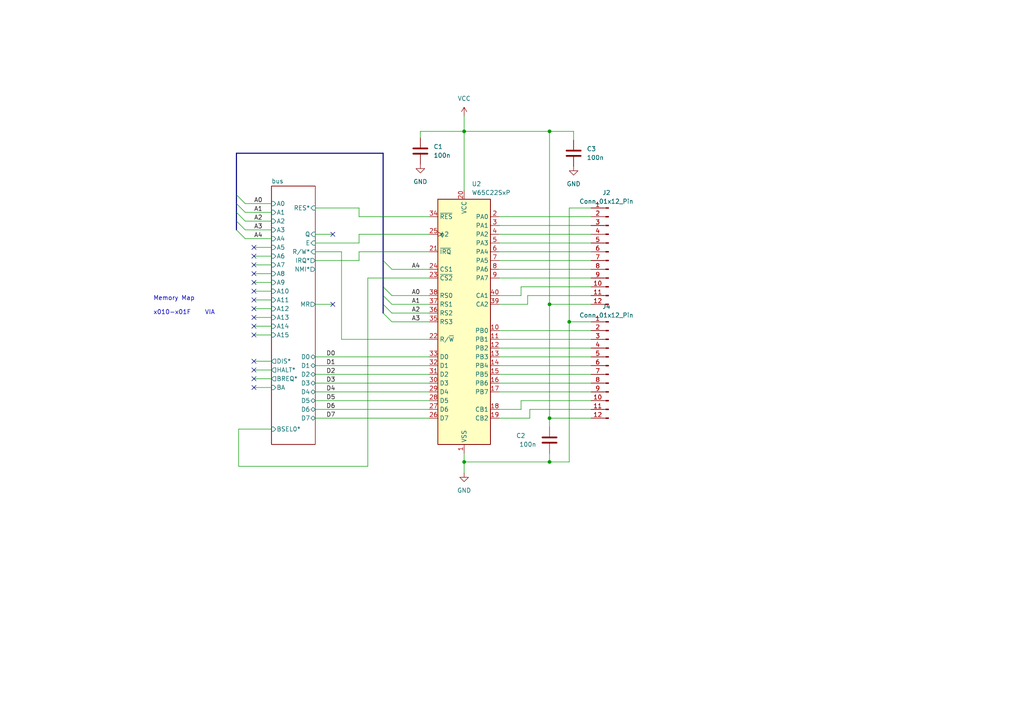
<source format=kicad_sch>
(kicad_sch (version 20230121) (generator eeschema)

  (uuid 3e8d381f-0d29-4cd1-adc6-483261ac8509)

  (paper "A4")

  (title_block
    (title "6502/VIA Board V1.0")
    (date "2023-11-24")
    (rev "1")
    (company "kw")
  )

  (lib_symbols
    (symbol "Connector:Conn_01x12_Pin" (pin_names (offset 1.016) hide) (in_bom yes) (on_board yes)
      (property "Reference" "J" (at 0 15.24 0)
        (effects (font (size 1.27 1.27)))
      )
      (property "Value" "Conn_01x12_Pin" (at 0 -17.78 0)
        (effects (font (size 1.27 1.27)))
      )
      (property "Footprint" "" (at 0 0 0)
        (effects (font (size 1.27 1.27)) hide)
      )
      (property "Datasheet" "~" (at 0 0 0)
        (effects (font (size 1.27 1.27)) hide)
      )
      (property "ki_locked" "" (at 0 0 0)
        (effects (font (size 1.27 1.27)))
      )
      (property "ki_keywords" "connector" (at 0 0 0)
        (effects (font (size 1.27 1.27)) hide)
      )
      (property "ki_description" "Generic connector, single row, 01x12, script generated" (at 0 0 0)
        (effects (font (size 1.27 1.27)) hide)
      )
      (property "ki_fp_filters" "Connector*:*_1x??_*" (at 0 0 0)
        (effects (font (size 1.27 1.27)) hide)
      )
      (symbol "Conn_01x12_Pin_1_1"
        (polyline
          (pts
            (xy 1.27 -15.24)
            (xy 0.8636 -15.24)
          )
          (stroke (width 0.1524) (type default))
          (fill (type none))
        )
        (polyline
          (pts
            (xy 1.27 -12.7)
            (xy 0.8636 -12.7)
          )
          (stroke (width 0.1524) (type default))
          (fill (type none))
        )
        (polyline
          (pts
            (xy 1.27 -10.16)
            (xy 0.8636 -10.16)
          )
          (stroke (width 0.1524) (type default))
          (fill (type none))
        )
        (polyline
          (pts
            (xy 1.27 -7.62)
            (xy 0.8636 -7.62)
          )
          (stroke (width 0.1524) (type default))
          (fill (type none))
        )
        (polyline
          (pts
            (xy 1.27 -5.08)
            (xy 0.8636 -5.08)
          )
          (stroke (width 0.1524) (type default))
          (fill (type none))
        )
        (polyline
          (pts
            (xy 1.27 -2.54)
            (xy 0.8636 -2.54)
          )
          (stroke (width 0.1524) (type default))
          (fill (type none))
        )
        (polyline
          (pts
            (xy 1.27 0)
            (xy 0.8636 0)
          )
          (stroke (width 0.1524) (type default))
          (fill (type none))
        )
        (polyline
          (pts
            (xy 1.27 2.54)
            (xy 0.8636 2.54)
          )
          (stroke (width 0.1524) (type default))
          (fill (type none))
        )
        (polyline
          (pts
            (xy 1.27 5.08)
            (xy 0.8636 5.08)
          )
          (stroke (width 0.1524) (type default))
          (fill (type none))
        )
        (polyline
          (pts
            (xy 1.27 7.62)
            (xy 0.8636 7.62)
          )
          (stroke (width 0.1524) (type default))
          (fill (type none))
        )
        (polyline
          (pts
            (xy 1.27 10.16)
            (xy 0.8636 10.16)
          )
          (stroke (width 0.1524) (type default))
          (fill (type none))
        )
        (polyline
          (pts
            (xy 1.27 12.7)
            (xy 0.8636 12.7)
          )
          (stroke (width 0.1524) (type default))
          (fill (type none))
        )
        (rectangle (start 0.8636 -15.113) (end 0 -15.367)
          (stroke (width 0.1524) (type default))
          (fill (type outline))
        )
        (rectangle (start 0.8636 -12.573) (end 0 -12.827)
          (stroke (width 0.1524) (type default))
          (fill (type outline))
        )
        (rectangle (start 0.8636 -10.033) (end 0 -10.287)
          (stroke (width 0.1524) (type default))
          (fill (type outline))
        )
        (rectangle (start 0.8636 -7.493) (end 0 -7.747)
          (stroke (width 0.1524) (type default))
          (fill (type outline))
        )
        (rectangle (start 0.8636 -4.953) (end 0 -5.207)
          (stroke (width 0.1524) (type default))
          (fill (type outline))
        )
        (rectangle (start 0.8636 -2.413) (end 0 -2.667)
          (stroke (width 0.1524) (type default))
          (fill (type outline))
        )
        (rectangle (start 0.8636 0.127) (end 0 -0.127)
          (stroke (width 0.1524) (type default))
          (fill (type outline))
        )
        (rectangle (start 0.8636 2.667) (end 0 2.413)
          (stroke (width 0.1524) (type default))
          (fill (type outline))
        )
        (rectangle (start 0.8636 5.207) (end 0 4.953)
          (stroke (width 0.1524) (type default))
          (fill (type outline))
        )
        (rectangle (start 0.8636 7.747) (end 0 7.493)
          (stroke (width 0.1524) (type default))
          (fill (type outline))
        )
        (rectangle (start 0.8636 10.287) (end 0 10.033)
          (stroke (width 0.1524) (type default))
          (fill (type outline))
        )
        (rectangle (start 0.8636 12.827) (end 0 12.573)
          (stroke (width 0.1524) (type default))
          (fill (type outline))
        )
        (pin passive line (at 5.08 12.7 180) (length 3.81)
          (name "Pin_1" (effects (font (size 1.27 1.27))))
          (number "1" (effects (font (size 1.27 1.27))))
        )
        (pin passive line (at 5.08 -10.16 180) (length 3.81)
          (name "Pin_10" (effects (font (size 1.27 1.27))))
          (number "10" (effects (font (size 1.27 1.27))))
        )
        (pin passive line (at 5.08 -12.7 180) (length 3.81)
          (name "Pin_11" (effects (font (size 1.27 1.27))))
          (number "11" (effects (font (size 1.27 1.27))))
        )
        (pin passive line (at 5.08 -15.24 180) (length 3.81)
          (name "Pin_12" (effects (font (size 1.27 1.27))))
          (number "12" (effects (font (size 1.27 1.27))))
        )
        (pin passive line (at 5.08 10.16 180) (length 3.81)
          (name "Pin_2" (effects (font (size 1.27 1.27))))
          (number "2" (effects (font (size 1.27 1.27))))
        )
        (pin passive line (at 5.08 7.62 180) (length 3.81)
          (name "Pin_3" (effects (font (size 1.27 1.27))))
          (number "3" (effects (font (size 1.27 1.27))))
        )
        (pin passive line (at 5.08 5.08 180) (length 3.81)
          (name "Pin_4" (effects (font (size 1.27 1.27))))
          (number "4" (effects (font (size 1.27 1.27))))
        )
        (pin passive line (at 5.08 2.54 180) (length 3.81)
          (name "Pin_5" (effects (font (size 1.27 1.27))))
          (number "5" (effects (font (size 1.27 1.27))))
        )
        (pin passive line (at 5.08 0 180) (length 3.81)
          (name "Pin_6" (effects (font (size 1.27 1.27))))
          (number "6" (effects (font (size 1.27 1.27))))
        )
        (pin passive line (at 5.08 -2.54 180) (length 3.81)
          (name "Pin_7" (effects (font (size 1.27 1.27))))
          (number "7" (effects (font (size 1.27 1.27))))
        )
        (pin passive line (at 5.08 -5.08 180) (length 3.81)
          (name "Pin_8" (effects (font (size 1.27 1.27))))
          (number "8" (effects (font (size 1.27 1.27))))
        )
        (pin passive line (at 5.08 -7.62 180) (length 3.81)
          (name "Pin_9" (effects (font (size 1.27 1.27))))
          (number "9" (effects (font (size 1.27 1.27))))
        )
      )
    )
    (symbol "Device:C" (pin_numbers hide) (pin_names (offset 0.254)) (in_bom yes) (on_board yes)
      (property "Reference" "C" (at 0.635 2.54 0)
        (effects (font (size 1.27 1.27)) (justify left))
      )
      (property "Value" "C" (at 0.635 -2.54 0)
        (effects (font (size 1.27 1.27)) (justify left))
      )
      (property "Footprint" "" (at 0.9652 -3.81 0)
        (effects (font (size 1.27 1.27)) hide)
      )
      (property "Datasheet" "~" (at 0 0 0)
        (effects (font (size 1.27 1.27)) hide)
      )
      (property "ki_keywords" "cap capacitor" (at 0 0 0)
        (effects (font (size 1.27 1.27)) hide)
      )
      (property "ki_description" "Unpolarized capacitor" (at 0 0 0)
        (effects (font (size 1.27 1.27)) hide)
      )
      (property "ki_fp_filters" "C_*" (at 0 0 0)
        (effects (font (size 1.27 1.27)) hide)
      )
      (symbol "C_0_1"
        (polyline
          (pts
            (xy -2.032 -0.762)
            (xy 2.032 -0.762)
          )
          (stroke (width 0.508) (type default))
          (fill (type none))
        )
        (polyline
          (pts
            (xy -2.032 0.762)
            (xy 2.032 0.762)
          )
          (stroke (width 0.508) (type default))
          (fill (type none))
        )
      )
      (symbol "C_1_1"
        (pin passive line (at 0 3.81 270) (length 2.794)
          (name "~" (effects (font (size 1.27 1.27))))
          (number "1" (effects (font (size 1.27 1.27))))
        )
        (pin passive line (at 0 -3.81 90) (length 2.794)
          (name "~" (effects (font (size 1.27 1.27))))
          (number "2" (effects (font (size 1.27 1.27))))
        )
      )
    )
    (symbol "PCM_65xx-library:W65C22SxP" (in_bom yes) (on_board yes)
      (property "Reference" "U" (at 2.54 40.64 0)
        (effects (font (size 1.27 1.27)) (justify left))
      )
      (property "Value" "W65C22SxP" (at 2.54 38.1 0)
        (effects (font (size 1.27 1.27)) (justify left))
      )
      (property "Footprint" "Package_DIP:DIP-40_W15.24mm" (at 0 50.8 0)
        (effects (font (size 1.27 1.27)) hide)
      )
      (property "Datasheet" "http://www.westerndesigncenter.com/wdc/documentation/w65c22.pdf" (at 0 48.26 0)
        (effects (font (size 1.27 1.27)) hide)
      )
      (property "ki_keywords" "6522 65C22 VIA I/O" (at 0 0 0)
        (effects (font (size 1.27 1.27)) hide)
      )
      (property "ki_description" "CMOS Versatile Interface Adapter (VIA), 20-pin I/O, 2 Timer/Counters, DIP-40" (at 0 0 0)
        (effects (font (size 1.27 1.27)) hide)
      )
      (property "ki_fp_filters" "DIP*W15.24mm*" (at 0 0 0)
        (effects (font (size 1.27 1.27)) hide)
      )
      (symbol "W65C22SxP_0_1"
        (rectangle (start -7.62 35.56) (end 7.62 -35.56)
          (stroke (width 0.254) (type default))
          (fill (type background))
        )
      )
      (symbol "W65C22SxP_1_1"
        (pin power_in line (at 0 -38.1 90) (length 2.54)
          (name "VSS" (effects (font (size 1.27 1.27))))
          (number "1" (effects (font (size 1.27 1.27))))
        )
        (pin bidirectional line (at 10.16 -2.54 180) (length 2.54)
          (name "PB0" (effects (font (size 1.27 1.27))))
          (number "10" (effects (font (size 1.27 1.27))))
        )
        (pin bidirectional line (at 10.16 -5.08 180) (length 2.54)
          (name "PB1" (effects (font (size 1.27 1.27))))
          (number "11" (effects (font (size 1.27 1.27))))
        )
        (pin bidirectional line (at 10.16 -7.62 180) (length 2.54)
          (name "PB2" (effects (font (size 1.27 1.27))))
          (number "12" (effects (font (size 1.27 1.27))))
        )
        (pin bidirectional line (at 10.16 -10.16 180) (length 2.54)
          (name "PB3" (effects (font (size 1.27 1.27))))
          (number "13" (effects (font (size 1.27 1.27))))
        )
        (pin bidirectional line (at 10.16 -12.7 180) (length 2.54)
          (name "PB4" (effects (font (size 1.27 1.27))))
          (number "14" (effects (font (size 1.27 1.27))))
        )
        (pin bidirectional line (at 10.16 -15.24 180) (length 2.54)
          (name "PB5" (effects (font (size 1.27 1.27))))
          (number "15" (effects (font (size 1.27 1.27))))
        )
        (pin bidirectional line (at 10.16 -17.78 180) (length 2.54)
          (name "PB6" (effects (font (size 1.27 1.27))))
          (number "16" (effects (font (size 1.27 1.27))))
        )
        (pin bidirectional line (at 10.16 -20.32 180) (length 2.54)
          (name "PB7" (effects (font (size 1.27 1.27))))
          (number "17" (effects (font (size 1.27 1.27))))
        )
        (pin input line (at 10.16 -25.4 180) (length 2.54)
          (name "CB1" (effects (font (size 1.27 1.27))))
          (number "18" (effects (font (size 1.27 1.27))))
        )
        (pin bidirectional line (at 10.16 -27.94 180) (length 2.54)
          (name "CB2" (effects (font (size 1.27 1.27))))
          (number "19" (effects (font (size 1.27 1.27))))
        )
        (pin bidirectional line (at 10.16 30.48 180) (length 2.54)
          (name "PA0" (effects (font (size 1.27 1.27))))
          (number "2" (effects (font (size 1.27 1.27))))
        )
        (pin power_in line (at 0 38.1 270) (length 2.54)
          (name "VCC" (effects (font (size 1.27 1.27))))
          (number "20" (effects (font (size 1.27 1.27))))
        )
        (pin output line (at -10.16 20.32 0) (length 2.54)
          (name "~{IRQ}" (effects (font (size 1.27 1.27))))
          (number "21" (effects (font (size 1.27 1.27))))
        )
        (pin input line (at -10.16 -5.08 0) (length 2.54)
          (name "R/~{W}" (effects (font (size 1.27 1.27))))
          (number "22" (effects (font (size 1.27 1.27))))
        )
        (pin input line (at -10.16 12.7 0) (length 2.54)
          (name "~{CS2}" (effects (font (size 1.27 1.27))))
          (number "23" (effects (font (size 1.27 1.27))))
        )
        (pin input line (at -10.16 15.24 0) (length 2.54)
          (name "CS1" (effects (font (size 1.27 1.27))))
          (number "24" (effects (font (size 1.27 1.27))))
        )
        (pin input clock (at -10.16 25.4 0) (length 2.54)
          (name "ϕ2" (effects (font (size 1.27 1.27))))
          (number "25" (effects (font (size 1.27 1.27))))
        )
        (pin bidirectional line (at -10.16 -27.94 0) (length 2.54)
          (name "D7" (effects (font (size 1.27 1.27))))
          (number "26" (effects (font (size 1.27 1.27))))
        )
        (pin bidirectional line (at -10.16 -25.4 0) (length 2.54)
          (name "D6" (effects (font (size 1.27 1.27))))
          (number "27" (effects (font (size 1.27 1.27))))
        )
        (pin bidirectional line (at -10.16 -22.86 0) (length 2.54)
          (name "D5" (effects (font (size 1.27 1.27))))
          (number "28" (effects (font (size 1.27 1.27))))
        )
        (pin bidirectional line (at -10.16 -20.32 0) (length 2.54)
          (name "D4" (effects (font (size 1.27 1.27))))
          (number "29" (effects (font (size 1.27 1.27))))
        )
        (pin bidirectional line (at 10.16 27.94 180) (length 2.54)
          (name "PA1" (effects (font (size 1.27 1.27))))
          (number "3" (effects (font (size 1.27 1.27))))
        )
        (pin bidirectional line (at -10.16 -17.78 0) (length 2.54)
          (name "D3" (effects (font (size 1.27 1.27))))
          (number "30" (effects (font (size 1.27 1.27))))
        )
        (pin bidirectional line (at -10.16 -15.24 0) (length 2.54)
          (name "D2" (effects (font (size 1.27 1.27))))
          (number "31" (effects (font (size 1.27 1.27))))
        )
        (pin bidirectional line (at -10.16 -12.7 0) (length 2.54)
          (name "D1" (effects (font (size 1.27 1.27))))
          (number "32" (effects (font (size 1.27 1.27))))
        )
        (pin bidirectional line (at -10.16 -10.16 0) (length 2.54)
          (name "D0" (effects (font (size 1.27 1.27))))
          (number "33" (effects (font (size 1.27 1.27))))
        )
        (pin input line (at -10.16 30.48 0) (length 2.54)
          (name "~{RES}" (effects (font (size 1.27 1.27))))
          (number "34" (effects (font (size 1.27 1.27))))
        )
        (pin input line (at -10.16 0 0) (length 2.54)
          (name "RS3" (effects (font (size 1.27 1.27))))
          (number "35" (effects (font (size 1.27 1.27))))
        )
        (pin input line (at -10.16 2.54 0) (length 2.54)
          (name "RS2" (effects (font (size 1.27 1.27))))
          (number "36" (effects (font (size 1.27 1.27))))
        )
        (pin input line (at -10.16 5.08 0) (length 2.54)
          (name "RS1" (effects (font (size 1.27 1.27))))
          (number "37" (effects (font (size 1.27 1.27))))
        )
        (pin input line (at -10.16 7.62 0) (length 2.54)
          (name "RS0" (effects (font (size 1.27 1.27))))
          (number "38" (effects (font (size 1.27 1.27))))
        )
        (pin bidirectional line (at 10.16 5.08 180) (length 2.54)
          (name "CA2" (effects (font (size 1.27 1.27))))
          (number "39" (effects (font (size 1.27 1.27))))
        )
        (pin bidirectional line (at 10.16 25.4 180) (length 2.54)
          (name "PA2" (effects (font (size 1.27 1.27))))
          (number "4" (effects (font (size 1.27 1.27))))
        )
        (pin input line (at 10.16 7.62 180) (length 2.54)
          (name "CA1" (effects (font (size 1.27 1.27))))
          (number "40" (effects (font (size 1.27 1.27))))
        )
        (pin bidirectional line (at 10.16 22.86 180) (length 2.54)
          (name "PA3" (effects (font (size 1.27 1.27))))
          (number "5" (effects (font (size 1.27 1.27))))
        )
        (pin bidirectional line (at 10.16 20.32 180) (length 2.54)
          (name "PA4" (effects (font (size 1.27 1.27))))
          (number "6" (effects (font (size 1.27 1.27))))
        )
        (pin bidirectional line (at 10.16 17.78 180) (length 2.54)
          (name "PA5" (effects (font (size 1.27 1.27))))
          (number "7" (effects (font (size 1.27 1.27))))
        )
        (pin bidirectional line (at 10.16 15.24 180) (length 2.54)
          (name "PA6" (effects (font (size 1.27 1.27))))
          (number "8" (effects (font (size 1.27 1.27))))
        )
        (pin bidirectional line (at 10.16 12.7 180) (length 2.54)
          (name "PA7" (effects (font (size 1.27 1.27))))
          (number "9" (effects (font (size 1.27 1.27))))
        )
      )
    )
    (symbol "power:GND" (power) (pin_names (offset 0)) (in_bom yes) (on_board yes)
      (property "Reference" "#PWR" (at 0 -6.35 0)
        (effects (font (size 1.27 1.27)) hide)
      )
      (property "Value" "GND" (at 0 -3.81 0)
        (effects (font (size 1.27 1.27)))
      )
      (property "Footprint" "" (at 0 0 0)
        (effects (font (size 1.27 1.27)) hide)
      )
      (property "Datasheet" "" (at 0 0 0)
        (effects (font (size 1.27 1.27)) hide)
      )
      (property "ki_keywords" "power-flag" (at 0 0 0)
        (effects (font (size 1.27 1.27)) hide)
      )
      (property "ki_description" "Power symbol creates a global label with name \"GND\" , ground" (at 0 0 0)
        (effects (font (size 1.27 1.27)) hide)
      )
      (symbol "GND_0_1"
        (polyline
          (pts
            (xy 0 0)
            (xy 0 -1.27)
            (xy 1.27 -1.27)
            (xy 0 -2.54)
            (xy -1.27 -1.27)
            (xy 0 -1.27)
          )
          (stroke (width 0) (type default))
          (fill (type none))
        )
      )
      (symbol "GND_1_1"
        (pin power_in line (at 0 0 270) (length 0) hide
          (name "GND" (effects (font (size 1.27 1.27))))
          (number "1" (effects (font (size 1.27 1.27))))
        )
      )
    )
    (symbol "power:VCC" (power) (pin_names (offset 0)) (in_bom yes) (on_board yes)
      (property "Reference" "#PWR" (at 0 -3.81 0)
        (effects (font (size 1.27 1.27)) hide)
      )
      (property "Value" "VCC" (at 0 3.81 0)
        (effects (font (size 1.27 1.27)))
      )
      (property "Footprint" "" (at 0 0 0)
        (effects (font (size 1.27 1.27)) hide)
      )
      (property "Datasheet" "" (at 0 0 0)
        (effects (font (size 1.27 1.27)) hide)
      )
      (property "ki_keywords" "power-flag" (at 0 0 0)
        (effects (font (size 1.27 1.27)) hide)
      )
      (property "ki_description" "Power symbol creates a global label with name \"VCC\"" (at 0 0 0)
        (effects (font (size 1.27 1.27)) hide)
      )
      (symbol "VCC_0_1"
        (polyline
          (pts
            (xy -0.762 1.27)
            (xy 0 2.54)
          )
          (stroke (width 0) (type default))
          (fill (type none))
        )
        (polyline
          (pts
            (xy 0 0)
            (xy 0 2.54)
          )
          (stroke (width 0) (type default))
          (fill (type none))
        )
        (polyline
          (pts
            (xy 0 2.54)
            (xy 0.762 1.27)
          )
          (stroke (width 0) (type default))
          (fill (type none))
        )
      )
      (symbol "VCC_1_1"
        (pin power_in line (at 0 0 90) (length 0) hide
          (name "VCC" (effects (font (size 1.27 1.27))))
          (number "1" (effects (font (size 1.27 1.27))))
        )
      )
    )
  )

  (junction (at 159.385 121.285) (diameter 0) (color 0 0 0 0)
    (uuid 0e275c9c-df99-4dd8-b8a9-d83f585b6ac8)
  )
  (junction (at 159.385 38.1) (diameter 0) (color 0 0 0 0)
    (uuid 253cfb61-6feb-4dc2-b4c3-f85d0d3a552a)
  )
  (junction (at 165.1 93.345) (diameter 0) (color 0 0 0 0)
    (uuid 3c80a8a9-0f8d-4afc-94f7-58fb6e1329a9)
  )
  (junction (at 134.62 38.1) (diameter 0) (color 0 0 0 0)
    (uuid 5cd5b4b0-47f7-4550-ba4d-4cd5ea9f4897)
  )
  (junction (at 134.62 133.985) (diameter 0) (color 0 0 0 0)
    (uuid b0125d90-4371-4b20-aa1e-9a0d4404ccfe)
  )
  (junction (at 159.385 133.985) (diameter 0) (color 0 0 0 0)
    (uuid b6ab4352-6e27-4091-9b31-20b413e20e0c)
  )
  (junction (at 159.385 88.265) (diameter 0) (color 0 0 0 0)
    (uuid cef9755c-74bb-478e-9ec6-c878a2f3e53a)
  )

  (no_connect (at 73.66 94.615) (uuid 0dcbf48f-daf6-4650-8bd1-8db21046a853))
  (no_connect (at 73.66 107.315) (uuid 1aa58486-ca81-479e-a742-d2e3ef0b96c6))
  (no_connect (at 73.66 92.075) (uuid 26cef568-a3b8-45aa-9e5a-f0609a18487b))
  (no_connect (at 73.66 89.535) (uuid 3ae801c4-31bf-4b3b-8eb5-9fc132944872))
  (no_connect (at 73.66 74.295) (uuid 3c36f661-9f48-4ece-b43f-582148b548c6))
  (no_connect (at 96.52 67.945) (uuid 3d35ffdc-fffe-4545-a6dd-2b93bf8f9a6e))
  (no_connect (at 73.66 112.395) (uuid 72ab5983-4fc4-4ddf-b757-581d23e76ea7))
  (no_connect (at 73.66 84.455) (uuid 8895bea4-9cc3-4864-9205-23ad2e5d7ef6))
  (no_connect (at 73.66 109.855) (uuid 91bb37e6-2b4c-4cdc-9bab-44dbbbe80e7a))
  (no_connect (at 73.66 79.375) (uuid a4e9a5a9-2612-44ff-89f2-85bb22ec87ff))
  (no_connect (at 73.66 86.995) (uuid b13a1838-9838-42ae-9579-aba94a6017cf))
  (no_connect (at 73.66 71.755) (uuid c0f14d04-acab-4f71-bd2f-2701b7bddd6b))
  (no_connect (at 73.66 104.775) (uuid c19a57d6-3494-4ac9-af47-dbede23b2901))
  (no_connect (at 73.66 97.155) (uuid cb2300b0-346b-48f5-9d7d-977d577619d6))
  (no_connect (at 96.52 88.265) (uuid da902c31-6f63-4c08-8826-cc78f1b3473e))
  (no_connect (at 73.66 76.835) (uuid efaedc34-6e6d-4de0-a692-0d75204a14ad))
  (no_connect (at 73.66 81.915) (uuid f2ceb2fa-9b6d-4d4c-a117-e9d3cde6f3e9))

  (bus_entry (at 111.125 75.565) (size 2.54 2.54)
    (stroke (width 0) (type default))
    (uuid 0b261b76-da12-4569-9359-fe0f9c3e3e7a)
  )
  (bus_entry (at 68.58 64.135) (size 2.54 2.54)
    (stroke (width 0) (type default))
    (uuid 318d3c3e-fd36-41a8-b30a-7e25c246ba9a)
  )
  (bus_entry (at 68.58 66.675) (size 2.54 2.54)
    (stroke (width 0) (type default))
    (uuid 3fa8f627-a551-493d-8120-8f9ce8ef181a)
  )
  (bus_entry (at 111.125 90.805) (size 2.54 2.54)
    (stroke (width 0) (type default))
    (uuid 555a3b2b-e5ed-4c15-b117-b79b0f8a57f5)
  )
  (bus_entry (at 111.125 83.185) (size 2.54 2.54)
    (stroke (width 0) (type default))
    (uuid 5af42465-37c8-47b5-aec6-509d9df02d42)
  )
  (bus_entry (at 68.58 61.595) (size 2.54 2.54)
    (stroke (width 0) (type default))
    (uuid 72cf5c90-7b66-4e86-998e-b0834d5120b8)
  )
  (bus_entry (at 68.58 56.515) (size 2.54 2.54)
    (stroke (width 0) (type default))
    (uuid b5667950-18dd-4a2c-adb0-71b6053b5d9f)
  )
  (bus_entry (at 111.125 88.265) (size 2.54 2.54)
    (stroke (width 0) (type default))
    (uuid cdff220e-980e-426a-9ff5-2c24c32aeb1a)
  )
  (bus_entry (at 68.58 59.055) (size 2.54 2.54)
    (stroke (width 0) (type default))
    (uuid e98acb22-e0de-443c-965e-10558929a58e)
  )
  (bus_entry (at 111.125 85.725) (size 2.54 2.54)
    (stroke (width 0) (type default))
    (uuid ea9e730c-0850-4ccf-8491-af22c6a9ff17)
  )

  (wire (pts (xy 144.78 73.025) (xy 171.45 73.025))
    (stroke (width 0) (type default))
    (uuid 03338334-4e8f-42e0-94a8-5737b24f9089)
  )
  (wire (pts (xy 91.44 103.505) (xy 124.46 103.505))
    (stroke (width 0) (type default))
    (uuid 04fce039-7342-4e82-833b-e7d80143495f)
  )
  (bus (pts (xy 68.58 64.135) (xy 68.58 66.675))
    (stroke (width 0) (type default))
    (uuid 06bad009-59c1-497d-8972-d6096da8dba8)
  )

  (wire (pts (xy 104.14 62.865) (xy 124.46 62.865))
    (stroke (width 0) (type default))
    (uuid 0857d75b-7ae0-4715-9dd7-9b4fe20ccdab)
  )
  (wire (pts (xy 91.44 113.665) (xy 124.46 113.665))
    (stroke (width 0) (type default))
    (uuid 0cd7db45-81e7-49ba-aad6-d650878cc13d)
  )
  (bus (pts (xy 111.125 44.45) (xy 111.125 75.565))
    (stroke (width 0) (type default))
    (uuid 0d3c3614-6f1b-4604-87f3-3f37c5ff6d0f)
  )

  (wire (pts (xy 159.385 121.285) (xy 171.45 121.285))
    (stroke (width 0) (type default))
    (uuid 15f2cf84-a2f3-4303-ad2b-a74ce2b2ec87)
  )
  (wire (pts (xy 151.13 118.745) (xy 144.78 118.745))
    (stroke (width 0) (type default))
    (uuid 17e7df43-2914-40fd-84eb-d773768e36be)
  )
  (wire (pts (xy 153.67 118.745) (xy 153.67 121.285))
    (stroke (width 0) (type default))
    (uuid 18f663cb-2c37-4a3b-a7c1-e6022f1bc8e4)
  )
  (wire (pts (xy 171.45 83.185) (xy 151.13 83.185))
    (stroke (width 0) (type default))
    (uuid 19cb3ee1-e71c-46bf-9618-d02d9864478b)
  )
  (bus (pts (xy 111.125 88.265) (xy 111.125 90.805))
    (stroke (width 0) (type default))
    (uuid 1bc0acdc-d359-400a-ae95-e14221ab3f05)
  )

  (wire (pts (xy 159.385 38.1) (xy 159.385 88.265))
    (stroke (width 0) (type default))
    (uuid 212ae8c5-be81-4319-9e86-81ef83eab511)
  )
  (wire (pts (xy 69.215 124.46) (xy 69.215 135.255))
    (stroke (width 0) (type default))
    (uuid 264b7a79-65af-45a4-ac72-d3826113057a)
  )
  (wire (pts (xy 73.66 97.155) (xy 78.74 97.155))
    (stroke (width 0) (type default))
    (uuid 268f4e4f-af53-4dc0-bc67-dc9c65148092)
  )
  (wire (pts (xy 165.1 60.325) (xy 165.1 93.345))
    (stroke (width 0) (type default))
    (uuid 275525ce-4b39-4e52-b319-fd7a661662d4)
  )
  (wire (pts (xy 134.62 137.16) (xy 134.62 133.985))
    (stroke (width 0) (type default))
    (uuid 27785959-9a56-4543-92f4-4b4a37233e8b)
  )
  (wire (pts (xy 91.44 121.285) (xy 124.46 121.285))
    (stroke (width 0) (type default))
    (uuid 2921b292-0452-4c84-a4c0-e3d782a1878b)
  )
  (wire (pts (xy 91.44 111.125) (xy 124.46 111.125))
    (stroke (width 0) (type default))
    (uuid 2a1c2f55-dbd4-47bb-9173-025e26edbc92)
  )
  (wire (pts (xy 159.385 131.445) (xy 159.385 133.985))
    (stroke (width 0) (type default))
    (uuid 2b3fc8f2-3f9d-4739-b9bf-9d13d45e2aef)
  )
  (wire (pts (xy 153.67 118.745) (xy 171.45 118.745))
    (stroke (width 0) (type default))
    (uuid 2c0e7c21-abc0-4286-bc3b-a6c74d584a6d)
  )
  (wire (pts (xy 159.385 38.1) (xy 166.37 38.1))
    (stroke (width 0) (type default))
    (uuid 2e09b716-31e0-44c4-914a-24619710d506)
  )
  (wire (pts (xy 71.12 64.135) (xy 78.74 64.135))
    (stroke (width 0) (type default))
    (uuid 2f956fa5-a649-4716-ae24-245ddb829978)
  )
  (wire (pts (xy 104.14 60.325) (xy 104.14 62.865))
    (stroke (width 0) (type default))
    (uuid 2fe0e2a1-04b1-4ae1-86f7-6daea6513e2b)
  )
  (wire (pts (xy 144.78 103.505) (xy 171.45 103.505))
    (stroke (width 0) (type default))
    (uuid 32f5c057-07ba-44fe-adbd-83377ad3eb21)
  )
  (wire (pts (xy 144.78 95.885) (xy 171.45 95.885))
    (stroke (width 0) (type default))
    (uuid 33582fa6-4b06-4004-9dbd-ca3617eb9684)
  )
  (wire (pts (xy 91.44 118.745) (xy 124.46 118.745))
    (stroke (width 0) (type default))
    (uuid 33b71517-871c-438a-9634-8d4356e606ba)
  )
  (bus (pts (xy 111.125 75.565) (xy 111.125 83.185))
    (stroke (width 0) (type default))
    (uuid 34defae9-dc46-41fe-a239-3759bc632ee6)
  )

  (wire (pts (xy 104.14 67.945) (xy 124.46 67.945))
    (stroke (width 0) (type default))
    (uuid 37675701-5a19-4105-b216-5d8baf5c2686)
  )
  (wire (pts (xy 144.78 111.125) (xy 171.45 111.125))
    (stroke (width 0) (type default))
    (uuid 37edaf19-251d-476a-a068-7688a28ceaa7)
  )
  (wire (pts (xy 91.44 88.265) (xy 96.52 88.265))
    (stroke (width 0) (type default))
    (uuid 38e22bb1-7140-4e0c-98b6-44972d8a6293)
  )
  (bus (pts (xy 111.125 83.185) (xy 111.125 85.725))
    (stroke (width 0) (type default))
    (uuid 39494423-5405-4179-a0dd-9a6a5f9206c6)
  )
  (bus (pts (xy 68.58 56.515) (xy 68.58 44.45))
    (stroke (width 0) (type default))
    (uuid 39a31cdb-9468-4a36-9cb3-227d2dffc20e)
  )

  (wire (pts (xy 73.66 89.535) (xy 78.74 89.535))
    (stroke (width 0) (type default))
    (uuid 3a7202c3-0a23-49da-b307-43ed3dca8494)
  )
  (bus (pts (xy 68.58 44.45) (xy 111.125 44.45))
    (stroke (width 0) (type default))
    (uuid 3b651a9c-b777-4871-8b0e-7fb274ba4fea)
  )

  (wire (pts (xy 166.37 38.1) (xy 166.37 40.64))
    (stroke (width 0) (type default))
    (uuid 3dd2051a-7ae0-4115-afef-e6aa6600598a)
  )
  (bus (pts (xy 68.58 56.515) (xy 68.58 59.055))
    (stroke (width 0) (type default))
    (uuid 4180dd7f-c1cd-43d5-a50d-db574174bbc6)
  )
  (bus (pts (xy 68.58 59.055) (xy 68.58 61.595))
    (stroke (width 0) (type default))
    (uuid 4255fd29-8574-4f68-b07b-d2df71022cee)
  )

  (wire (pts (xy 91.44 75.565) (xy 104.14 75.565))
    (stroke (width 0) (type default))
    (uuid 432712a4-d472-4fcd-9c3e-ba0ab88c49cf)
  )
  (wire (pts (xy 73.66 104.775) (xy 78.74 104.775))
    (stroke (width 0) (type default))
    (uuid 4401f3d1-f592-40db-9e14-111207cc5c3d)
  )
  (wire (pts (xy 73.66 74.295) (xy 78.74 74.295))
    (stroke (width 0) (type default))
    (uuid 4546c463-38be-4a21-87ba-e51c80634b4d)
  )
  (wire (pts (xy 91.44 73.025) (xy 99.06 73.025))
    (stroke (width 0) (type default))
    (uuid 4983f344-0347-4a19-b401-b9faa7344f6a)
  )
  (wire (pts (xy 151.13 85.725) (xy 144.78 85.725))
    (stroke (width 0) (type default))
    (uuid 49d8379a-dc87-4b9d-8e53-2fea6c98ab60)
  )
  (wire (pts (xy 73.66 92.075) (xy 78.74 92.075))
    (stroke (width 0) (type default))
    (uuid 4c0f128b-4833-4d2c-aac4-2349ff88a0b0)
  )
  (wire (pts (xy 106.68 80.645) (xy 106.68 135.255))
    (stroke (width 0) (type default))
    (uuid 4c256402-9cb4-4a86-b57b-6f2e08bdec6a)
  )
  (wire (pts (xy 73.66 86.995) (xy 78.74 86.995))
    (stroke (width 0) (type default))
    (uuid 5013216e-61c0-4c46-9856-87b3aac714cb)
  )
  (wire (pts (xy 73.66 112.395) (xy 78.74 112.395))
    (stroke (width 0) (type default))
    (uuid 51c3d59d-7a83-446c-a5fb-956862d2d6c4)
  )
  (wire (pts (xy 99.06 73.025) (xy 99.06 98.425))
    (stroke (width 0) (type default))
    (uuid 55974863-af9d-430c-a5d6-61215c3e9804)
  )
  (wire (pts (xy 144.78 113.665) (xy 171.45 113.665))
    (stroke (width 0) (type default))
    (uuid 56a7bebf-cd35-4d80-9954-5d763cde90eb)
  )
  (wire (pts (xy 104.14 67.945) (xy 104.14 70.485))
    (stroke (width 0) (type default))
    (uuid 579e921f-c646-445d-b72c-401bad0a1b1b)
  )
  (wire (pts (xy 73.66 107.315) (xy 78.74 107.315))
    (stroke (width 0) (type default))
    (uuid 583da812-7cc1-4162-bde8-20955ab75fb3)
  )
  (wire (pts (xy 159.385 121.285) (xy 159.385 123.825))
    (stroke (width 0) (type default))
    (uuid 589519ab-b194-4415-8241-f0390e4fb1dd)
  )
  (wire (pts (xy 144.78 121.285) (xy 153.67 121.285))
    (stroke (width 0) (type default))
    (uuid 58bc8d30-24d5-4507-8dc0-9c2d2fa91131)
  )
  (wire (pts (xy 73.66 71.755) (xy 78.74 71.755))
    (stroke (width 0) (type default))
    (uuid 591f8cc6-97db-41b2-9459-f8a0a7a81260)
  )
  (wire (pts (xy 134.62 33.655) (xy 134.62 38.1))
    (stroke (width 0) (type default))
    (uuid 596ef8c0-90b2-42d9-8b42-a45cf3194730)
  )
  (wire (pts (xy 144.78 70.485) (xy 171.45 70.485))
    (stroke (width 0) (type default))
    (uuid 5ca22530-f8f7-48b3-8dbb-b0573f4156e3)
  )
  (wire (pts (xy 91.44 108.585) (xy 124.46 108.585))
    (stroke (width 0) (type default))
    (uuid 5f23da31-b466-48fa-84b9-4a47360649d5)
  )
  (wire (pts (xy 73.66 79.375) (xy 78.74 79.375))
    (stroke (width 0) (type default))
    (uuid 60111b25-d45d-4a37-a788-7c7c8c677247)
  )
  (wire (pts (xy 91.44 67.945) (xy 96.52 67.945))
    (stroke (width 0) (type default))
    (uuid 60a269d5-c18a-42bc-9cb5-21f681dbbdc4)
  )
  (wire (pts (xy 159.385 88.265) (xy 171.45 88.265))
    (stroke (width 0) (type default))
    (uuid 62b69fc0-1a7f-4c4d-a1c5-2b8d50aea27a)
  )
  (wire (pts (xy 165.1 93.345) (xy 165.1 133.985))
    (stroke (width 0) (type default))
    (uuid 66c0684f-f418-4e9b-a2df-74972356ca0a)
  )
  (wire (pts (xy 104.14 73.025) (xy 104.14 75.565))
    (stroke (width 0) (type default))
    (uuid 6cad4ca1-e329-441b-91ea-7e8fdb6cc4be)
  )
  (wire (pts (xy 144.78 88.265) (xy 153.035 88.265))
    (stroke (width 0) (type default))
    (uuid 6f566a4e-2caa-4905-9023-76a4be0dbba0)
  )
  (wire (pts (xy 69.215 135.255) (xy 106.68 135.255))
    (stroke (width 0) (type default))
    (uuid 73ece7c4-ab17-4c02-88cd-92f780c32777)
  )
  (wire (pts (xy 159.385 88.265) (xy 159.385 121.285))
    (stroke (width 0) (type default))
    (uuid 79724c55-13d2-488c-9382-375d61b8497a)
  )
  (wire (pts (xy 144.78 108.585) (xy 171.45 108.585))
    (stroke (width 0) (type default))
    (uuid 7a8adeae-19b5-4a70-8cce-0ca19ec119db)
  )
  (wire (pts (xy 73.66 84.455) (xy 78.74 84.455))
    (stroke (width 0) (type default))
    (uuid 7dffd686-d975-4521-8cf5-ed66b456f298)
  )
  (wire (pts (xy 171.45 93.345) (xy 165.1 93.345))
    (stroke (width 0) (type default))
    (uuid 8306d61c-7fc8-43b1-8993-01f8fd75e82d)
  )
  (wire (pts (xy 69.215 124.46) (xy 78.74 124.46))
    (stroke (width 0) (type default))
    (uuid 83e61f22-2b41-4e26-a3b2-14b3f26235d8)
  )
  (wire (pts (xy 113.665 85.725) (xy 124.46 85.725))
    (stroke (width 0) (type default))
    (uuid 84da4d36-d011-4f3e-b468-7db042210fca)
  )
  (wire (pts (xy 113.665 93.345) (xy 124.46 93.345))
    (stroke (width 0) (type default))
    (uuid 8616798e-bec8-40a8-bf04-fa4db0dfb5c2)
  )
  (wire (pts (xy 71.12 61.595) (xy 78.74 61.595))
    (stroke (width 0) (type default))
    (uuid 8999508b-b212-416a-882b-94474959631a)
  )
  (wire (pts (xy 73.66 81.915) (xy 78.74 81.915))
    (stroke (width 0) (type default))
    (uuid 8c15b623-59f2-47fb-935b-3ef7656c5ab4)
  )
  (wire (pts (xy 121.92 40.005) (xy 121.92 38.1))
    (stroke (width 0) (type default))
    (uuid 8c8c5804-a553-470c-98cb-927e4a0b01bc)
  )
  (wire (pts (xy 144.78 62.865) (xy 171.45 62.865))
    (stroke (width 0) (type default))
    (uuid 90e755a2-4846-43fc-a0f8-776f7439392b)
  )
  (wire (pts (xy 144.78 75.565) (xy 171.45 75.565))
    (stroke (width 0) (type default))
    (uuid 9131023b-dde0-4863-bc0b-6aa99a562dbb)
  )
  (wire (pts (xy 134.62 133.985) (xy 134.62 131.445))
    (stroke (width 0) (type default))
    (uuid 926e0dcf-17ff-4ff1-b1ec-7d524b8fb64d)
  )
  (wire (pts (xy 71.12 69.215) (xy 78.74 69.215))
    (stroke (width 0) (type default))
    (uuid 92faefa8-a43e-4e2f-a36d-3899c624d7c1)
  )
  (wire (pts (xy 144.78 98.425) (xy 171.45 98.425))
    (stroke (width 0) (type default))
    (uuid 98700e91-fd51-49d3-9194-13e3d3668ba3)
  )
  (wire (pts (xy 151.13 83.185) (xy 151.13 85.725))
    (stroke (width 0) (type default))
    (uuid 98d1e118-1854-4c26-9203-d1002541b630)
  )
  (wire (pts (xy 113.665 88.265) (xy 124.46 88.265))
    (stroke (width 0) (type default))
    (uuid 9a565da1-9b89-4985-bc29-9536dbf569f6)
  )
  (wire (pts (xy 151.13 116.205) (xy 151.13 118.745))
    (stroke (width 0) (type default))
    (uuid 9a938d35-72d2-43a1-9280-44673c0f7a7b)
  )
  (wire (pts (xy 159.385 133.985) (xy 134.62 133.985))
    (stroke (width 0) (type default))
    (uuid a2617249-d4d0-40d2-931b-a31a1b2dd478)
  )
  (wire (pts (xy 91.44 106.045) (xy 124.46 106.045))
    (stroke (width 0) (type default))
    (uuid a3dcf90c-430b-4624-93db-eabd02a7c84f)
  )
  (wire (pts (xy 134.62 38.1) (xy 134.62 55.245))
    (stroke (width 0) (type default))
    (uuid a50cb9e7-9d1b-4a71-a1ce-51aa95ef2d0d)
  )
  (wire (pts (xy 71.12 59.055) (xy 78.74 59.055))
    (stroke (width 0) (type default))
    (uuid a6b2bbe1-2187-4c30-9fa3-36f0d154e375)
  )
  (wire (pts (xy 73.66 76.835) (xy 78.74 76.835))
    (stroke (width 0) (type default))
    (uuid a8d5261e-f99f-4e8b-9d06-e16f25ed0be5)
  )
  (wire (pts (xy 165.1 133.985) (xy 159.385 133.985))
    (stroke (width 0) (type default))
    (uuid aa1c3073-070a-4c40-9a32-533224d53086)
  )
  (wire (pts (xy 144.78 80.645) (xy 171.45 80.645))
    (stroke (width 0) (type default))
    (uuid ad814181-840c-4a72-9af3-acbe7cd41473)
  )
  (wire (pts (xy 113.665 78.105) (xy 124.46 78.105))
    (stroke (width 0) (type default))
    (uuid b3b4efbe-2745-4433-b0f9-c2ed7d4f8316)
  )
  (wire (pts (xy 73.66 94.615) (xy 78.74 94.615))
    (stroke (width 0) (type default))
    (uuid b69f4e5f-9078-470f-881c-e3e872f5e1be)
  )
  (bus (pts (xy 111.125 85.725) (xy 111.125 88.265))
    (stroke (width 0) (type default))
    (uuid b6ebfb60-e4ec-437f-9e8c-617fdd8d0fb7)
  )

  (wire (pts (xy 171.45 60.325) (xy 165.1 60.325))
    (stroke (width 0) (type default))
    (uuid b826eb13-4d67-4762-99ac-bcd889658d01)
  )
  (wire (pts (xy 106.68 80.645) (xy 124.46 80.645))
    (stroke (width 0) (type default))
    (uuid bae76acd-a5b6-4aa3-9220-c46d9b23bac7)
  )
  (wire (pts (xy 144.78 78.105) (xy 171.45 78.105))
    (stroke (width 0) (type default))
    (uuid bb172c2e-59b9-4451-aea5-c019b523417b)
  )
  (wire (pts (xy 104.14 73.025) (xy 124.46 73.025))
    (stroke (width 0) (type default))
    (uuid bc9536cf-73bc-4bbb-abbe-6da159e8480c)
  )
  (wire (pts (xy 144.78 100.965) (xy 171.45 100.965))
    (stroke (width 0) (type default))
    (uuid bd17139e-b896-4f40-8f96-88fe9b62790b)
  )
  (wire (pts (xy 121.92 38.1) (xy 134.62 38.1))
    (stroke (width 0) (type default))
    (uuid be57804f-439a-4483-967a-a4a50889c63e)
  )
  (wire (pts (xy 73.66 109.855) (xy 78.74 109.855))
    (stroke (width 0) (type default))
    (uuid c29c1cda-1d62-4d31-b95b-f5dc8dd1c901)
  )
  (wire (pts (xy 104.14 60.325) (xy 91.44 60.325))
    (stroke (width 0) (type default))
    (uuid c5e70d93-1c14-499f-97ea-6c0ea81f9535)
  )
  (wire (pts (xy 153.035 85.725) (xy 171.45 85.725))
    (stroke (width 0) (type default))
    (uuid c9fbaf24-fd57-496c-a068-4fd88e2fb6b9)
  )
  (wire (pts (xy 144.78 106.045) (xy 171.45 106.045))
    (stroke (width 0) (type default))
    (uuid d1a51447-d90f-4e21-9713-44f632bc6ac6)
  )
  (wire (pts (xy 113.665 90.805) (xy 124.46 90.805))
    (stroke (width 0) (type default))
    (uuid dece68cb-c7ad-413e-be65-f0433ae27172)
  )
  (wire (pts (xy 144.78 67.945) (xy 171.45 67.945))
    (stroke (width 0) (type default))
    (uuid e151b1df-66f8-4062-b087-476f2fcb76a0)
  )
  (bus (pts (xy 68.58 61.595) (xy 68.58 64.135))
    (stroke (width 0) (type default))
    (uuid e67ec9d8-d965-4b2e-bf18-02e967b0e229)
  )

  (wire (pts (xy 134.62 38.1) (xy 159.385 38.1))
    (stroke (width 0) (type default))
    (uuid e75af5a6-9d00-4552-be2f-8634ed1d6f86)
  )
  (wire (pts (xy 91.44 116.205) (xy 124.46 116.205))
    (stroke (width 0) (type default))
    (uuid e9d6332c-c0c4-4b9e-a367-37a4eb1fa269)
  )
  (wire (pts (xy 91.44 70.485) (xy 104.14 70.485))
    (stroke (width 0) (type default))
    (uuid ebeff026-fe40-4b85-9b20-bfca37e81df6)
  )
  (wire (pts (xy 171.45 116.205) (xy 151.13 116.205))
    (stroke (width 0) (type default))
    (uuid f294d950-7e7d-481d-994d-ec96e1a8b5a9)
  )
  (wire (pts (xy 144.78 65.405) (xy 171.45 65.405))
    (stroke (width 0) (type default))
    (uuid f48c918b-5a95-4799-8abb-5f259c2c05df)
  )
  (wire (pts (xy 71.12 66.675) (xy 78.74 66.675))
    (stroke (width 0) (type default))
    (uuid f61e18f9-c15c-4e4d-af04-6532e5e8a6a3)
  )
  (wire (pts (xy 153.035 85.725) (xy 153.035 88.265))
    (stroke (width 0) (type default))
    (uuid f8ddb102-d7c0-4f0c-b65b-56a8e80483db)
  )
  (wire (pts (xy 99.06 98.425) (xy 124.46 98.425))
    (stroke (width 0) (type default))
    (uuid fac64ab4-ddcb-4bf4-907c-6b87ef8f0d5b)
  )

  (text "Memory Map\n\nx010-x01F	VIA" (at 44.45 91.44 0)
    (effects (font (size 1.27 1.27)) (justify left bottom))
    (uuid ee532d3e-2095-408e-a5fc-6358f43c9666)
  )

  (label "A4" (at 73.66 69.215 0) (fields_autoplaced)
    (effects (font (size 1.27 1.27)) (justify left bottom))
    (uuid 134f664f-faad-4673-8cdb-16fe141bb292)
  )
  (label "D1" (at 94.615 106.045 0) (fields_autoplaced)
    (effects (font (size 1.27 1.27)) (justify left bottom))
    (uuid 1e4d5f10-2aa7-4c39-9a4a-01d8598b15dc)
  )
  (label "A1" (at 119.38 88.265 0) (fields_autoplaced)
    (effects (font (size 1.27 1.27)) (justify left bottom))
    (uuid 2eedf395-5bd0-403b-af2a-6f9ad0eb24f7)
  )
  (label "A0" (at 119.38 85.725 0) (fields_autoplaced)
    (effects (font (size 1.27 1.27)) (justify left bottom))
    (uuid 31f7791b-fa4b-4f33-a97f-7dc5de3a91db)
  )
  (label "D3" (at 94.615 111.125 0) (fields_autoplaced)
    (effects (font (size 1.27 1.27)) (justify left bottom))
    (uuid 4f455e2e-d8b6-4273-b9a0-5eb4136480ed)
  )
  (label "D5" (at 94.615 116.205 0) (fields_autoplaced)
    (effects (font (size 1.27 1.27)) (justify left bottom))
    (uuid 58336af7-28b6-4a42-9cd3-4edbcc7ccbc8)
  )
  (label "A3" (at 119.38 93.345 0) (fields_autoplaced)
    (effects (font (size 1.27 1.27)) (justify left bottom))
    (uuid 68e7725a-8ef0-4dcc-bcfb-34389500a9ed)
  )
  (label "D2" (at 94.615 108.585 0) (fields_autoplaced)
    (effects (font (size 1.27 1.27)) (justify left bottom))
    (uuid 852a7f13-03e6-4556-9a36-89b1f3c150c3)
  )
  (label "D6" (at 94.615 118.745 0) (fields_autoplaced)
    (effects (font (size 1.27 1.27)) (justify left bottom))
    (uuid 9395aab0-a10a-441b-a06c-92221413aece)
  )
  (label "A1" (at 73.66 61.595 0) (fields_autoplaced)
    (effects (font (size 1.27 1.27)) (justify left bottom))
    (uuid b1dc1f6e-c402-4248-9f02-7727184aaa3e)
  )
  (label "A4" (at 119.38 78.105 0) (fields_autoplaced)
    (effects (font (size 1.27 1.27)) (justify left bottom))
    (uuid bce7af92-a8fa-4e2d-96aa-3299903ce2de)
  )
  (label "A2" (at 119.38 90.805 0) (fields_autoplaced)
    (effects (font (size 1.27 1.27)) (justify left bottom))
    (uuid c0cfc0e3-5681-40af-a24b-cad06582f8e8)
  )
  (label "A0" (at 73.66 59.055 0) (fields_autoplaced)
    (effects (font (size 1.27 1.27)) (justify left bottom))
    (uuid c1b13321-5ff3-490b-bd58-717279bb0bb8)
  )
  (label "A2" (at 73.66 64.135 0) (fields_autoplaced)
    (effects (font (size 1.27 1.27)) (justify left bottom))
    (uuid c280207c-6925-46f0-b2b7-2cb08d767feb)
  )
  (label "A3" (at 73.66 66.675 0) (fields_autoplaced)
    (effects (font (size 1.27 1.27)) (justify left bottom))
    (uuid cd68bf29-ae69-421b-be40-af251640a7d8)
  )
  (label "D4" (at 94.615 113.665 0) (fields_autoplaced)
    (effects (font (size 1.27 1.27)) (justify left bottom))
    (uuid d4c7928a-04e6-4f5b-bef8-26623a15940b)
  )
  (label "D7" (at 94.615 121.285 0) (fields_autoplaced)
    (effects (font (size 1.27 1.27)) (justify left bottom))
    (uuid dfdb886f-82d6-442c-b1e2-c75bee25db2b)
  )
  (label "D0" (at 94.615 103.505 0) (fields_autoplaced)
    (effects (font (size 1.27 1.27)) (justify left bottom))
    (uuid f3de90e5-5fc1-4cba-b847-03f17b313591)
  )

  (symbol (lib_id "Device:C") (at 166.37 44.45 0) (unit 1)
    (in_bom yes) (on_board yes) (dnp no) (fields_autoplaced)
    (uuid 152b862f-c705-4d49-a8d7-9ffdb27a2386)
    (property "Reference" "C3" (at 170.18 43.18 0)
      (effects (font (size 1.27 1.27)) (justify left))
    )
    (property "Value" "100n" (at 170.18 45.72 0)
      (effects (font (size 1.27 1.27)) (justify left))
    )
    (property "Footprint" "Capacitor_THT:C_Disc_D7.0mm_W2.5mm_P5.00mm" (at 167.3352 48.26 0)
      (effects (font (size 1.27 1.27)) hide)
    )
    (property "Datasheet" "~" (at 166.37 44.45 0)
      (effects (font (size 1.27 1.27)) hide)
    )
    (pin "1" (uuid 4f033d2b-ec2b-46df-834d-43a569e1f5f3))
    (pin "2" (uuid 209f2527-7610-48ae-a153-1fb814fdf240))
    (instances
      (project "cpu-6502-production-2023-12-04"
        (path "/3e8d381f-0d29-4cd1-adc6-483261ac8509"
          (reference "C3") (unit 1)
        )
      )
    )
  )

  (symbol (lib_id "power:GND") (at 134.62 137.16 0) (unit 1)
    (in_bom yes) (on_board yes) (dnp no) (fields_autoplaced)
    (uuid 5bc7d9de-6362-4c17-ae4f-aeed20340f0a)
    (property "Reference" "#PWR0110" (at 134.62 143.51 0)
      (effects (font (size 1.27 1.27)) hide)
    )
    (property "Value" "GND" (at 134.62 142.24 0)
      (effects (font (size 1.27 1.27)))
    )
    (property "Footprint" "" (at 134.62 137.16 0)
      (effects (font (size 1.27 1.27)) hide)
    )
    (property "Datasheet" "" (at 134.62 137.16 0)
      (effects (font (size 1.27 1.27)) hide)
    )
    (pin "1" (uuid 7d2cd852-1745-427d-b353-a5e079d0507d))
    (instances
      (project "cpu-6502-production-2023-12-04"
        (path "/3e8d381f-0d29-4cd1-adc6-483261ac8509/af1e41a5-a854-4edc-8e2c-44661f7ac4cf"
          (reference "#PWR0110") (unit 1)
        )
        (path "/3e8d381f-0d29-4cd1-adc6-483261ac8509"
          (reference "#PWR01") (unit 1)
        )
      )
    )
  )

  (symbol (lib_id "Device:C") (at 159.385 127.635 0) (mirror y) (unit 1)
    (in_bom yes) (on_board yes) (dnp no)
    (uuid 6932c821-7293-4fd6-974e-6f2580e4807a)
    (property "Reference" "C2" (at 152.4 126.365 0)
      (effects (font (size 1.27 1.27)) (justify left))
    )
    (property "Value" "100n" (at 155.575 128.905 0)
      (effects (font (size 1.27 1.27)) (justify left))
    )
    (property "Footprint" "Capacitor_THT:C_Disc_D7.0mm_W2.5mm_P5.00mm" (at 158.4198 131.445 0)
      (effects (font (size 1.27 1.27)) hide)
    )
    (property "Datasheet" "~" (at 159.385 127.635 0)
      (effects (font (size 1.27 1.27)) hide)
    )
    (pin "1" (uuid 084e3c33-d1fd-45b2-82f9-d53bc9436583))
    (pin "2" (uuid 6277742c-1264-4776-8023-74beedcf1b55))
    (instances
      (project "cpu-6502-production-2023-12-04"
        (path "/3e8d381f-0d29-4cd1-adc6-483261ac8509"
          (reference "C2") (unit 1)
        )
      )
    )
  )

  (symbol (lib_id "power:VCC") (at 134.62 33.655 0) (unit 1)
    (in_bom yes) (on_board yes) (dnp no) (fields_autoplaced)
    (uuid 6ca2b7cd-2378-4e12-baf0-ad871a11d7a7)
    (property "Reference" "#PWR025" (at 134.62 37.465 0)
      (effects (font (size 1.27 1.27)) hide)
    )
    (property "Value" "VCC" (at 134.62 28.575 0)
      (effects (font (size 1.27 1.27)))
    )
    (property "Footprint" "" (at 134.62 33.655 0)
      (effects (font (size 1.27 1.27)) hide)
    )
    (property "Datasheet" "" (at 134.62 33.655 0)
      (effects (font (size 1.27 1.27)) hide)
    )
    (pin "1" (uuid 8a5a82e3-1c6a-4b76-b702-9ef23c72a5ce))
    (instances
      (project "cpu-6502-production-2023-12-04"
        (path "/3e8d381f-0d29-4cd1-adc6-483261ac8509/af1e41a5-a854-4edc-8e2c-44661f7ac4cf"
          (reference "#PWR025") (unit 1)
        )
        (path "/3e8d381f-0d29-4cd1-adc6-483261ac8509"
          (reference "#PWR03") (unit 1)
        )
      )
    )
  )

  (symbol (lib_id "power:GND") (at 166.37 48.26 0) (unit 1)
    (in_bom yes) (on_board yes) (dnp no) (fields_autoplaced)
    (uuid 77a6cee7-f0a4-4dcb-beba-d1c78628c143)
    (property "Reference" "#PWR0110" (at 166.37 54.61 0)
      (effects (font (size 1.27 1.27)) hide)
    )
    (property "Value" "GND" (at 166.37 53.34 0)
      (effects (font (size 1.27 1.27)))
    )
    (property "Footprint" "" (at 166.37 48.26 0)
      (effects (font (size 1.27 1.27)) hide)
    )
    (property "Datasheet" "" (at 166.37 48.26 0)
      (effects (font (size 1.27 1.27)) hide)
    )
    (pin "1" (uuid 1348cb07-c96b-44ad-8f04-9c7e9cd1799f))
    (instances
      (project "cpu-6502-production-2023-12-04"
        (path "/3e8d381f-0d29-4cd1-adc6-483261ac8509/af1e41a5-a854-4edc-8e2c-44661f7ac4cf"
          (reference "#PWR0110") (unit 1)
        )
        (path "/3e8d381f-0d29-4cd1-adc6-483261ac8509"
          (reference "#PWR02") (unit 1)
        )
      )
    )
  )

  (symbol (lib_id "Connector:Conn_01x12_Pin") (at 176.53 106.045 0) (mirror y) (unit 1)
    (in_bom yes) (on_board yes) (dnp no)
    (uuid 99abf5b2-0c89-46f7-94b2-03a0966d6fc8)
    (property "Reference" "J4" (at 175.895 88.9 0)
      (effects (font (size 1.27 1.27)))
    )
    (property "Value" "Conn_01x12_Pin" (at 175.895 91.44 0)
      (effects (font (size 1.27 1.27)))
    )
    (property "Footprint" "Connector_PinHeader_2.54mm:PinHeader_1x12_P2.54mm_Vertical" (at 176.53 106.045 0)
      (effects (font (size 1.27 1.27)) hide)
    )
    (property "Datasheet" "~" (at 176.53 106.045 0)
      (effects (font (size 1.27 1.27)) hide)
    )
    (pin "1" (uuid ad333524-b15e-4ebe-b403-0c4175ab1173))
    (pin "10" (uuid 01d3e95d-e3c0-48d4-99a1-38be1db2a8da))
    (pin "11" (uuid 88b11cba-d8d0-4288-951e-3642197efe5d))
    (pin "12" (uuid 31b308dc-49f2-42bf-8204-7047e3df4761))
    (pin "2" (uuid da3a67b7-201a-4e46-9d95-21d351bb19e0))
    (pin "3" (uuid ec05fd3b-7667-4741-8fde-3d2d388e8ebf))
    (pin "4" (uuid 57d8354d-4186-4b0d-83dc-759d06d7ca4b))
    (pin "5" (uuid 1bd0dc94-4c1a-4e87-9e52-0861a3d08692))
    (pin "6" (uuid d024a4ae-feb2-49ef-977d-34a0ee8ef91c))
    (pin "7" (uuid f7c4df2e-1771-482d-b727-b6d03479cbf1))
    (pin "8" (uuid 138d127a-296b-4885-8dbd-c6ee75b00c5c))
    (pin "9" (uuid 62d69dd8-4b80-4bbd-a91f-d0ff64118c05))
    (instances
      (project "cpu-6502-production-2023-12-04"
        (path "/3e8d381f-0d29-4cd1-adc6-483261ac8509"
          (reference "J4") (unit 1)
        )
      )
    )
  )

  (symbol (lib_id "Connector:Conn_01x12_Pin") (at 176.53 73.025 0) (mirror y) (unit 1)
    (in_bom yes) (on_board yes) (dnp no)
    (uuid a1b5c35c-90ee-406b-bac2-e98b2bf82781)
    (property "Reference" "J2" (at 175.895 55.88 0)
      (effects (font (size 1.27 1.27)))
    )
    (property "Value" "Conn_01x12_Pin" (at 175.895 58.42 0)
      (effects (font (size 1.27 1.27)))
    )
    (property "Footprint" "Connector_PinHeader_2.54mm:PinHeader_1x12_P2.54mm_Vertical" (at 176.53 73.025 0)
      (effects (font (size 1.27 1.27)) hide)
    )
    (property "Datasheet" "~" (at 176.53 73.025 0)
      (effects (font (size 1.27 1.27)) hide)
    )
    (pin "1" (uuid 18593d32-9ae6-4b33-98a0-15df5c5c8037))
    (pin "10" (uuid f7ce6ef3-ed0c-4107-9d19-eed7b690a8c8))
    (pin "11" (uuid 53d39768-4c3e-432e-afad-4864c9902e15))
    (pin "12" (uuid dfb0ef9b-f745-4be2-b8ef-ab2cfbb5c9f7))
    (pin "2" (uuid 9353dd89-84cf-435f-a235-d7872606ee51))
    (pin "3" (uuid 19dd7652-e4b8-4059-870a-6e7c404bc815))
    (pin "4" (uuid 9f81dedf-f1c4-4546-837e-c97d363cb4cf))
    (pin "5" (uuid 17441aa0-0b8e-410e-8286-25214757ed7a))
    (pin "6" (uuid afe29d4e-3bf1-48e8-88a6-27407109a2ca))
    (pin "7" (uuid 8790b2fc-ec8a-4c02-a318-95a99f255a0d))
    (pin "8" (uuid b8f15179-b788-425e-97c8-0e0515972f00))
    (pin "9" (uuid 84553f8d-9bf7-49fa-9d8e-31db5e4c62c0))
    (instances
      (project "cpu-6502-production-2023-12-04"
        (path "/3e8d381f-0d29-4cd1-adc6-483261ac8509"
          (reference "J2") (unit 1)
        )
      )
    )
  )

  (symbol (lib_id "PCM_65xx-library:W65C22SxP") (at 134.62 93.345 0) (unit 1)
    (in_bom yes) (on_board yes) (dnp no) (fields_autoplaced)
    (uuid a8fe36c3-167a-4428-84c7-204da28bec1d)
    (property "Reference" "U2" (at 136.8141 53.34 0)
      (effects (font (size 1.27 1.27)) (justify left))
    )
    (property "Value" "W65C22SxP" (at 136.8141 55.88 0)
      (effects (font (size 1.27 1.27)) (justify left))
    )
    (property "Footprint" "Package_DIP:DIP-40_W15.24mm_LongPads" (at 134.62 42.545 0)
      (effects (font (size 1.27 1.27)) hide)
    )
    (property "Datasheet" "http://www.westerndesigncenter.com/wdc/documentation/w65c22.pdf" (at 134.62 45.085 0)
      (effects (font (size 1.27 1.27)) hide)
    )
    (pin "1" (uuid e41120cd-a9fd-4307-b93a-ba7c081626df))
    (pin "10" (uuid e7247b6e-bdaf-4a99-9759-d275acfc6391))
    (pin "11" (uuid e1197515-9c52-4036-8ed4-44d818a1a3b2))
    (pin "12" (uuid ead6e90c-843d-4c11-9ef5-8dc12521242a))
    (pin "13" (uuid 4b7248ab-8a3c-4cc0-ba5b-0efc3e79731d))
    (pin "14" (uuid cbfbc18e-2f5a-43c5-a35f-1afee7c41e9a))
    (pin "15" (uuid aac7708e-fe11-4bcb-b83c-e84966f76496))
    (pin "16" (uuid b89b00f9-88ff-4c8a-bc25-e84470863720))
    (pin "17" (uuid 0c5dd3b6-d651-46fe-a6cf-5241b9e40237))
    (pin "18" (uuid 9788bdd6-0a3c-4420-8dad-67f0a79c82de))
    (pin "19" (uuid edf4aa0c-a0e4-4e43-b550-86d003d55824))
    (pin "2" (uuid e8049c5e-c202-4ca1-a179-8d9be4684431))
    (pin "20" (uuid 9e715212-e574-4411-b320-9c0d0780eff4))
    (pin "21" (uuid 97b5aaff-9436-47b2-b779-d8eb1bba66e3))
    (pin "22" (uuid be13c959-19e3-4319-aa9b-aff2363007d7))
    (pin "23" (uuid 41d14844-e820-46ee-99aa-4cfb0dfe46d4))
    (pin "24" (uuid b7407940-83b5-44e1-8cd8-eb78d82437d8))
    (pin "25" (uuid f839c5b7-7e08-440f-b9ff-01bca676a86b))
    (pin "26" (uuid 7a8e3238-0355-4d29-b071-6776addcbe50))
    (pin "27" (uuid 3529235c-8523-4b8d-bc12-495a5593c29e))
    (pin "28" (uuid 3047ef9a-ddc3-41ae-89f3-7ee576aaae87))
    (pin "29" (uuid b6c954cf-8f8a-4c37-a3c8-211469cc39ce))
    (pin "3" (uuid a5dabc8d-e621-4295-89cf-1f2981416f5e))
    (pin "30" (uuid 37bf2dff-fe19-4a27-b919-ec9400e78e20))
    (pin "31" (uuid 081d000a-c513-409b-aba6-cc5c949970ab))
    (pin "32" (uuid 689955e9-0254-4fcc-8538-ebc9c0155709))
    (pin "33" (uuid 08eef6d8-59e7-4fbb-91d6-7c22b20df624))
    (pin "34" (uuid 3654d3b6-4e75-48e0-88a2-c5033307ddea))
    (pin "35" (uuid e9101988-9126-424e-8882-d958cb00d52d))
    (pin "36" (uuid edf768c9-cabe-4bb7-9081-e4a2917c4811))
    (pin "37" (uuid efe17da2-f784-497e-a88f-527a7480e5be))
    (pin "38" (uuid 278dc644-6448-4860-9465-6c3505ff4399))
    (pin "39" (uuid 9c1d1440-1045-42c0-a9fe-e876fd5dcb0c))
    (pin "4" (uuid ebdfc116-9229-4f45-9ff9-dbed7314e00c))
    (pin "40" (uuid e2574ede-9b92-4c85-87c7-eb97d390c2ba))
    (pin "5" (uuid f7949df1-e823-4a65-b114-44d9d0cd5905))
    (pin "6" (uuid e149fbb6-60ca-4ba7-9ce5-6db3f36c38b7))
    (pin "7" (uuid bd6ff487-f25d-4e8c-b29a-aa3c981473a1))
    (pin "8" (uuid 18333999-6d3a-4617-9a36-5acbd8ad9c39))
    (pin "9" (uuid 5c6d6d04-cdf6-48af-a4a3-dc73235f692a))
    (instances
      (project "cpu-6502-production-2023-12-04"
        (path "/3e8d381f-0d29-4cd1-adc6-483261ac8509"
          (reference "U2") (unit 1)
        )
      )
    )
  )

  (symbol (lib_id "Device:C") (at 121.92 43.815 0) (unit 1)
    (in_bom yes) (on_board yes) (dnp no) (fields_autoplaced)
    (uuid edbe738a-1348-4d85-aeae-df6e19065613)
    (property "Reference" "C1" (at 125.73 42.545 0)
      (effects (font (size 1.27 1.27)) (justify left))
    )
    (property "Value" "100n" (at 125.73 45.085 0)
      (effects (font (size 1.27 1.27)) (justify left))
    )
    (property "Footprint" "Capacitor_THT:C_Disc_D7.0mm_W2.5mm_P5.00mm" (at 122.8852 47.625 0)
      (effects (font (size 1.27 1.27)) hide)
    )
    (property "Datasheet" "~" (at 121.92 43.815 0)
      (effects (font (size 1.27 1.27)) hide)
    )
    (pin "1" (uuid cb28c1c3-ea38-476a-a735-dd8549e84ff9))
    (pin "2" (uuid 83230c81-eb01-461f-a30c-51adb822ea7a))
    (instances
      (project "cpu-6502-production-2023-12-04"
        (path "/3e8d381f-0d29-4cd1-adc6-483261ac8509"
          (reference "C1") (unit 1)
        )
      )
    )
  )

  (symbol (lib_id "power:GND") (at 121.92 47.625 0) (unit 1)
    (in_bom yes) (on_board yes) (dnp no) (fields_autoplaced)
    (uuid f1321565-6c49-436a-a1ab-ec67436b8e1c)
    (property "Reference" "#PWR0110" (at 121.92 53.975 0)
      (effects (font (size 1.27 1.27)) hide)
    )
    (property "Value" "GND" (at 121.92 52.705 0)
      (effects (font (size 1.27 1.27)))
    )
    (property "Footprint" "" (at 121.92 47.625 0)
      (effects (font (size 1.27 1.27)) hide)
    )
    (property "Datasheet" "" (at 121.92 47.625 0)
      (effects (font (size 1.27 1.27)) hide)
    )
    (pin "1" (uuid b1baed8f-ad70-45fd-b1ba-8380954e7f29))
    (instances
      (project "cpu-6502-production-2023-12-04"
        (path "/3e8d381f-0d29-4cd1-adc6-483261ac8509/af1e41a5-a854-4edc-8e2c-44661f7ac4cf"
          (reference "#PWR0110") (unit 1)
        )
        (path "/3e8d381f-0d29-4cd1-adc6-483261ac8509"
          (reference "#PWR04") (unit 1)
        )
      )
    )
  )

  (sheet (at 78.74 53.975) (size 12.7 74.93) (fields_autoplaced)
    (stroke (width 0.1524) (type solid))
    (fill (color 0 0 0 0.0000))
    (uuid af1e41a5-a854-4edc-8e2c-44661f7ac4cf)
    (property "Sheetname" "bus" (at 78.74 53.2634 0)
      (effects (font (size 1.27 1.27)) (justify left bottom))
    )
    (property "Sheetfile" "bus_sch.kicad_sch" (at 78.74 129.4896 0)
      (effects (font (size 1.27 1.27)) (justify left top) hide)
    )
    (pin "A15" input (at 78.74 97.155 180)
      (effects (font (size 1.27 1.27)) (justify left))
      (uuid c4e0b195-5fe1-401a-9ebb-6af75c07faf4)
    )
    (pin "HALT*" output (at 78.74 107.315 180)
      (effects (font (size 1.27 1.27)) (justify left))
      (uuid 583aea52-33b8-4c0f-b9b9-2e6d32b7619e)
    )
    (pin "A13" input (at 78.74 92.075 180)
      (effects (font (size 1.27 1.27)) (justify left))
      (uuid 1651e2be-f6a0-42d8-b966-3611c83e51d9)
    )
    (pin "A12" input (at 78.74 89.535 180)
      (effects (font (size 1.27 1.27)) (justify left))
      (uuid 97b42d25-e8ef-4cce-8b23-9b6436401edc)
    )
    (pin "A14" input (at 78.74 94.615 180)
      (effects (font (size 1.27 1.27)) (justify left))
      (uuid c50ef366-f77f-41ec-97dc-a858dea3dde5)
    )
    (pin "DIS*" output (at 78.74 104.775 180)
      (effects (font (size 1.27 1.27)) (justify left))
      (uuid 32741d8f-ba6b-4453-974d-d7fcaf880220)
    )
    (pin "D7" bidirectional (at 91.44 121.285 0)
      (effects (font (size 1.27 1.27)) (justify right))
      (uuid b96d5f1b-f9f9-4e5e-98ed-2bec99e501f4)
    )
    (pin "D1" bidirectional (at 91.44 106.045 0)
      (effects (font (size 1.27 1.27)) (justify right))
      (uuid 6969e487-0e07-450b-8285-609c924f815d)
    )
    (pin "D0" bidirectional (at 91.44 103.505 0)
      (effects (font (size 1.27 1.27)) (justify right))
      (uuid 63387dfa-a70a-4d73-8b4b-01f875851e4d)
    )
    (pin "D2" bidirectional (at 91.44 108.585 0)
      (effects (font (size 1.27 1.27)) (justify right))
      (uuid 1c6f7657-2b27-4db9-9387-3988bae223d6)
    )
    (pin "D6" bidirectional (at 91.44 118.745 0)
      (effects (font (size 1.27 1.27)) (justify right))
      (uuid cb1acb07-54f5-4cf5-84a7-7351f4e84fd2)
    )
    (pin "D4" bidirectional (at 91.44 113.665 0)
      (effects (font (size 1.27 1.27)) (justify right))
      (uuid 29976117-1102-449a-8f19-9aeb2d20c878)
    )
    (pin "D5" bidirectional (at 91.44 116.205 0)
      (effects (font (size 1.27 1.27)) (justify right))
      (uuid 972893e0-e0fb-405d-b923-addcf51f24a7)
    )
    (pin "D3" bidirectional (at 91.44 111.125 0)
      (effects (font (size 1.27 1.27)) (justify right))
      (uuid 893513d3-0527-408d-b2dd-66708c18d6cd)
    )
    (pin "A5" input (at 78.74 71.755 180)
      (effects (font (size 1.27 1.27)) (justify left))
      (uuid 6ccb2a77-bf8a-4b30-b227-1ae1365926e5)
    )
    (pin "A6" input (at 78.74 74.295 180)
      (effects (font (size 1.27 1.27)) (justify left))
      (uuid 12607205-2837-47ab-9e72-34794df21b7a)
    )
    (pin "A7" input (at 78.74 76.835 180)
      (effects (font (size 1.27 1.27)) (justify left))
      (uuid 6ad67bfb-333d-4f66-a114-9fde251599f0)
    )
    (pin "A8" input (at 78.74 79.375 180)
      (effects (font (size 1.27 1.27)) (justify left))
      (uuid 0c81d77e-24f7-4624-bf45-dde543495c3b)
    )
    (pin "A9" input (at 78.74 81.915 180)
      (effects (font (size 1.27 1.27)) (justify left))
      (uuid e7c924c1-bc5c-4063-96ee-a95a7710a821)
    )
    (pin "BA" input (at 78.74 112.395 180)
      (effects (font (size 1.27 1.27)) (justify left))
      (uuid 83067e9b-4fda-4c16-bc1f-4a1ba5179141)
    )
    (pin "RES*" input (at 91.44 60.325 0)
      (effects (font (size 1.27 1.27)) (justify right))
      (uuid df88b678-d327-44ad-b50e-fbe5ea51a281)
    )
    (pin "R{slash}W*" input (at 91.44 73.025 0)
      (effects (font (size 1.27 1.27)) (justify right))
      (uuid 4d5e2274-89cd-4ad7-ba0b-dbdd7b2f562d)
    )
    (pin "E" input (at 91.44 70.485 0)
      (effects (font (size 1.27 1.27)) (justify right))
      (uuid b4a7886a-2956-4718-9a47-7c41c8513cf4)
    )
    (pin "A0" input (at 78.74 59.055 180)
      (effects (font (size 1.27 1.27)) (justify left))
      (uuid 946218ff-0255-4ab9-8fc1-d4b128998019)
    )
    (pin "A4" input (at 78.74 69.215 180)
      (effects (font (size 1.27 1.27)) (justify left))
      (uuid e824b28a-cfcd-40e8-b7f5-4cb0e102790f)
    )
    (pin "A1" input (at 78.74 61.595 180)
      (effects (font (size 1.27 1.27)) (justify left))
      (uuid c8067160-f9aa-4fb7-9a3e-14a722d1bfa5)
    )
    (pin "A3" input (at 78.74 66.675 180)
      (effects (font (size 1.27 1.27)) (justify left))
      (uuid b28f45d5-5f20-4c01-a70f-a67281be76b1)
    )
    (pin "A2" input (at 78.74 64.135 180)
      (effects (font (size 1.27 1.27)) (justify left))
      (uuid 0bcd17ab-daa2-4158-8f1b-8461c090e254)
    )
    (pin "A10" input (at 78.74 84.455 180)
      (effects (font (size 1.27 1.27)) (justify left))
      (uuid d9acf34b-ab5c-4a9e-a588-91e83c0d3198)
    )
    (pin "A11" input (at 78.74 86.995 180)
      (effects (font (size 1.27 1.27)) (justify left))
      (uuid a9a7dd23-00c2-4b48-800f-8cc679d2f3c2)
    )
    (pin "BSEL0*" input (at 78.74 124.46 180)
      (effects (font (size 1.27 1.27)) (justify left))
      (uuid bcf8a6db-76ec-45e4-9f0d-14dab61edead)
    )
    (pin "Q" input (at 91.44 67.945 0)
      (effects (font (size 1.27 1.27)) (justify right))
      (uuid e9117fda-07d5-4004-ab19-90d359e8c80a)
    )
    (pin "BREQ*" output (at 78.74 109.855 180)
      (effects (font (size 1.27 1.27)) (justify left))
      (uuid 4a155d09-39a7-457e-8995-21102fd3af05)
    )
    (pin "MR" output (at 91.44 88.265 0)
      (effects (font (size 1.27 1.27)) (justify right))
      (uuid 7e258171-2443-4680-9c7f-18d7a5067fc6)
    )
    (pin "NMI*" output (at 91.44 78.105 0)
      (effects (font (size 1.27 1.27)) (justify right))
      (uuid 2e230ddf-d655-43fd-af7d-1301cf771fb8)
    )
    (pin "IRQ*" output (at 91.44 75.565 0)
      (effects (font (size 1.27 1.27)) (justify right))
      (uuid c29963c3-6762-453f-8d1d-d4aecc550ded)
    )
    (instances
      (project "cpu-6502-production-2023-12-04"
        (path "/3e8d381f-0d29-4cd1-adc6-483261ac8509" (page "3"))
      )
    )
  )

  (sheet_instances
    (path "/" (page "1"))
  )
)

</source>
